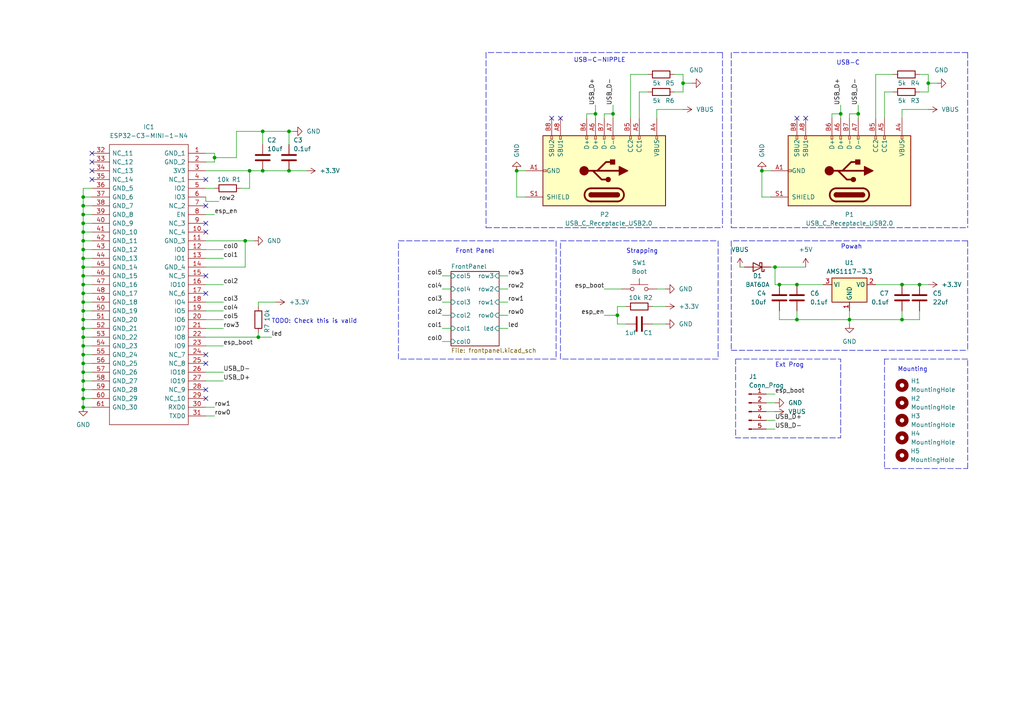
<source format=kicad_sch>
(kicad_sch (version 20230121) (generator eeschema)
  (paper "A4")
  (lib_symbols
    (symbol "Connector:Conn_01x05_Pin" (pin_names (offset 1.016) hide)
      (property "Reference" "J" (at 0 7.62 0))
      (property "Value" "Conn_01x05_Pin" (at 0 -7.62 0))
      (symbol "Conn_01x05_Pin_1_1"
        (polyline (pts (xy 1.27 -5.08) (xy 0.8636 -5.08)) (stroke (width 0.1524)))
        (polyline (pts (xy 1.27 -2.54) (xy 0.8636 -2.54)) (stroke (width 0.1524)))
        (polyline (pts (xy 1.27 0) (xy 0.8636 0)) (stroke (width 0.1524)))
        (polyline (pts (xy 1.27 2.54) (xy 0.8636 2.54)) (stroke (width 0.1524)))
        (polyline (pts (xy 1.27 5.08) (xy 0.8636 5.08)) (stroke (width 0.1524)))
        (rectangle (start 0.8636 -4.953) (end 0 -5.207) (stroke (width 0.1524)) (fill (type outline)))
        (rectangle (start 0.8636 -2.413) (end 0 -2.667) (stroke (width 0.1524)) (fill (type outline)))
        (rectangle (start 0.8636 0.127) (end 0 -0.127) (stroke (width 0.1524)) (fill (type outline)))
        (rectangle (start 0.8636 2.667) (end 0 2.413) (stroke (width 0.1524)) (fill (type outline)))
        (rectangle (start 0.8636 5.207) (end 0 4.953) (stroke (width 0.1524)) (fill (type outline)))
        (pin passive line (at 5.08 5.08 180) (length 3.81) (name "Pin_1") (number "1"))
        (pin passive line (at 5.08 2.54 180) (length 3.81) (name "Pin_2") (number "2"))
        (pin passive line (at 5.08 0 180) (length 3.81) (name "Pin_3") (number "3"))
        (pin passive line (at 5.08 -2.54 180) (length 3.81) (name "Pin_4") (number "4"))
        (pin passive line (at 5.08 -5.08 180) (length 3.81) (name "Pin_5") (number "5"))
      )
    )
    (symbol "Connector:USB_C_Receptacle_USB2.0" (pin_names (offset 1.016))
      (property "Reference" "J" (at -10.16 19.05 0))
      (property "Value" "USB_C_Receptacle_USB2.0" (at 19.05 19.05 0))
      (symbol "USB_C_Receptacle_USB2.0_0_0"
        (rectangle (start -0.254 -17.78) (end 0.254 -16.764))
        (rectangle (start 10.16 -14.986) (end 9.144 -15.494))
        (rectangle (start 10.16 -12.446) (end 9.144 -12.954))
        (rectangle (start 10.16 -4.826) (end 9.144 -5.334))
        (rectangle (start 10.16 -2.286) (end 9.144 -2.794))
        (rectangle (start 10.16 0.254) (end 9.144 -0.254))
        (rectangle (start 10.16 2.794) (end 9.144 2.286))
        (rectangle (start 10.16 7.874) (end 9.144 7.366))
        (rectangle (start 10.16 10.414) (end 9.144 9.906))
        (rectangle (start 10.16 15.494) (end 9.144 14.986))
      )
      (symbol "USB_C_Receptacle_USB2.0_0_1"
        (rectangle (start -10.16 17.78) (end 10.16 -17.78) (stroke (width 0.254)) (fill (type background)))
        (arc (start -8.89 -3.81) (mid -6.985 -5.7067) (end -5.08 -3.81) (stroke (width 0.508)))
        (arc (start -7.62 -3.81) (mid -6.985 -4.4423) (end -6.35 -3.81) (stroke (width 0.254)))
        (arc (start -7.62 -3.81) (mid -6.985 -4.4423) (end -6.35 -3.81) (stroke (width 0.254)) (fill (type outline)))
        (rectangle (start -7.62 -3.81) (end -6.35 3.81) (stroke (width 0.254)) (fill (type outline)))
        (arc (start -6.35 3.81) (mid -6.985 4.4423) (end -7.62 3.81) (stroke (width 0.254)))
        (arc (start -6.35 3.81) (mid -6.985 4.4423) (end -7.62 3.81) (stroke (width 0.254)) (fill (type outline)))
        (arc (start -5.08 3.81) (mid -6.985 5.7067) (end -8.89 3.81) (stroke (width 0.508)))
        (circle (center -2.54 1.143) (radius 0.635) (stroke (width 0.254)) (fill (type outline)))
        (circle (center 0 -5.842) (radius 1.27) (fill (type outline)))
        (polyline (pts (xy -8.89 -3.81) (xy -8.89 3.81)) (stroke (width 0.508)))
        (polyline (pts (xy -5.08 3.81) (xy -5.08 -3.81)) (stroke (width 0.508)))
        (polyline (pts (xy 0 -5.842) (xy 0 4.318)) (stroke (width 0.508)))
        (polyline (pts (xy 0 -3.302) (xy -2.54 -0.762) (xy -2.54 0.508)) (stroke (width 0.508)))
        (polyline (pts (xy 0 -2.032) (xy 2.54 0.508) (xy 2.54 1.778)) (stroke (width 0.508)))
        (polyline (pts (xy -1.27 4.318) (xy 0 6.858) (xy 1.27 4.318) (xy -1.27 4.318)) (stroke (width 0.254)) (fill (type outline)))
        (rectangle (start 1.905 1.778) (end 3.175 3.048) (stroke (width 0.254)) (fill (type outline)))
      )
      (symbol "USB_C_Receptacle_USB2.0_1_1"
        (pin passive line (at 0 -22.86 90) (length 5.08) (name "GND") (number "A1"))
        (pin passive line (at 0 -22.86 90) (length 5.08) hide (name "GND") (number "A12"))
        (pin passive line (at 15.24 15.24 180) (length 5.08) (name "VBUS") (number "A4"))
        (pin bidirectional line (at 15.24 10.16 180) (length 5.08) (name "CC1") (number "A5"))
        (pin bidirectional line (at 15.24 -2.54 180) (length 5.08) (name "D+") (number "A6"))
        (pin bidirectional line (at 15.24 2.54 180) (length 5.08) (name "D-") (number "A7"))
        (pin bidirectional line (at 15.24 -12.7 180) (length 5.08) (name "SBU1") (number "A8"))
        (pin passive line (at 15.24 15.24 180) (length 5.08) hide (name "VBUS") (number "A9"))
        (pin passive line (at 0 -22.86 90) (length 5.08) hide (name "GND") (number "B1"))
        (pin passive line (at 0 -22.86 90) (length 5.08) hide (name "GND") (number "B12"))
        (pin passive line (at 15.24 15.24 180) (length 5.08) hide (name "VBUS") (number "B4"))
        (pin bidirectional line (at 15.24 7.62 180) (length 5.08) (name "CC2") (number "B5"))
        (pin bidirectional line (at 15.24 -5.08 180) (length 5.08) (name "D+") (number "B6"))
        (pin bidirectional line (at 15.24 0 180) (length 5.08) (name "D-") (number "B7"))
        (pin bidirectional line (at 15.24 -15.24 180) (length 5.08) (name "SBU2") (number "B8"))
        (pin passive line (at 15.24 15.24 180) (length 5.08) hide (name "VBUS") (number "B9"))
        (pin passive line (at -7.62 -22.86 90) (length 5.08) (name "SHIELD") (number "S1"))
      )
    )
    (symbol "Device:C" (pin_numbers hide) (pin_names (offset 0.254))
      (property "Reference" "C" (at 0.635 2.54 0))
      (property "Value" "C" (at 0.635 -2.54 0))
      (symbol "C_0_1"
        (polyline (pts (xy -2.032 -0.762) (xy 2.032 -0.762)) (stroke (width 0.508)))
        (polyline (pts (xy -2.032 0.762) (xy 2.032 0.762)) (stroke (width 0.508)))
      )
      (symbol "C_1_1"
        (pin passive line (at 0 3.81 270) (length 2.794) (name "~") (number "1"))
        (pin passive line (at 0 -3.81 90) (length 2.794) (name "~") (number "2"))
      )
    )
    (symbol "Device:R" (pin_numbers hide) (pin_names (offset 0))
      (property "Reference" "R" (at 2.032 0 90))
      (property "Value" "R" (at 0 0 90))
      (symbol "R_0_1"
        (rectangle (start -1.016 -2.54) (end 1.016 2.54) (stroke (width 0.254)))
      )
      (symbol "R_1_1"
        (pin passive line (at 0 3.81 270) (length 1.27) (name "~") (number "1"))
        (pin passive line (at 0 -3.81 90) (length 1.27) (name "~") (number "2"))
      )
    )
    (symbol "Diode:BAT60A" (pin_numbers hide) (pin_names (offset 1.016) hide)
      (property "Reference" "D" (at 0 2.54 0))
      (property "Value" "BAT60A" (at 0 -2.54 0))
      (symbol "BAT60A_0_1"
        (polyline (pts (xy 1.27 0) (xy -1.27 0)))
        (polyline (pts (xy 1.27 1.27) (xy 1.27 -1.27) (xy -1.27 0) (xy 1.27 1.27)) (stroke (width 0.254)))
        (polyline (pts (xy -1.905 0.635) (xy -1.905 1.27) (xy -1.27 1.27) (xy -1.27 -1.27) (xy -0.635 -1.27) (xy -0.635 -0.635)) (stroke (width 0.254)))
      )
      (symbol "BAT60A_1_1"
        (pin passive line (at -3.81 0 0) (length 2.54) (name "K") (number "1"))
        (pin passive line (at 3.81 0 180) (length 2.54) (name "A") (number "2"))
      )
    )
    (symbol "Mechanical:MountingHole" (pin_names (offset 1.016))
      (property "Reference" "H" (at 0 5.08 0))
      (property "Value" "MountingHole" (at 0 3.175 0))
      (symbol "MountingHole_0_1"
        (circle (center 0 0) (radius 1.27) (stroke (width 1.27)))
      )
    )
    (symbol "Regulator_Linear:AMS1117-3.3"
      (property "Reference" "U" (at -3.81 3.175 0))
      (property "Value" "AMS1117-3.3" (at 0 3.175 0))
      (symbol "AMS1117-3.3_0_1"
        (rectangle (start -5.08 -5.08) (end 5.08 1.905) (stroke (width 0.254)) (fill (type background)))
      )
      (symbol "AMS1117-3.3_1_1"
        (pin power_in line (at 0 -7.62 90) (length 2.54) (name "GND") (number "1"))
        (pin power_out line (at 7.62 0 180) (length 2.54) (name "VO") (number "2"))
        (pin power_in line (at -7.62 0 0) (length 2.54) (name "VI") (number "3"))
      )
    )
    (symbol "SamacSys_Parts:ESP32-C3-MINI-1-N4" (pin_names (offset 0.762))
      (property "Reference" "IC" (at 29.21 7.62 0))
      (property "Value" "ESP32-C3-MINI-1-N4" (at 29.21 5.08 0))
      (symbol "ESP32-C3-MINI-1-N4_0_0"
        (pin passive line (at 0 0 0) (length 5.08) (name "GND_1") (number "1"))
        (pin passive line (at 0 -22.86 0) (length 5.08) (name "NC_4") (number "10"))
        (pin passive line (at 0 -25.4 0) (length 5.08) (name "GND_3") (number "11"))
        (pin passive line (at 0 -27.94 0) (length 5.08) (name "IO0") (number "12"))
        (pin passive line (at 0 -30.48 0) (length 5.08) (name "IO1") (number "13"))
        (pin passive line (at 0 -33.02 0) (length 5.08) (name "GND_4") (number "14"))
        (pin passive line (at 0 -35.56 0) (length 5.08) (name "NC_5") (number "15"))
        (pin passive line (at 0 -38.1 0) (length 5.08) (name "IO10") (number "16"))
        (pin passive line (at 0 -40.64 0) (length 5.08) (name "NC_6") (number "17"))
        (pin passive line (at 0 -43.18 0) (length 5.08) (name "IO4") (number "18"))
        (pin passive line (at 0 -45.72 0) (length 5.08) (name "IO5") (number "19"))
        (pin passive line (at 0 -2.54 0) (length 5.08) (name "GND_2") (number "2"))
        (pin passive line (at 0 -48.26 0) (length 5.08) (name "IO6") (number "20"))
        (pin passive line (at 0 -50.8 0) (length 5.08) (name "IO7") (number "21"))
        (pin passive line (at 0 -53.34 0) (length 5.08) (name "IO8") (number "22"))
        (pin passive line (at 0 -55.88 0) (length 5.08) (name "IO9") (number "23"))
        (pin passive line (at 0 -58.42 0) (length 5.08) (name "NC_7") (number "24"))
        (pin passive line (at 0 -60.96 0) (length 5.08) (name "NC_8") (number "25"))
        (pin passive line (at 0 -63.5 0) (length 5.08) (name "IO18") (number "26"))
        (pin passive line (at 0 -66.04 0) (length 5.08) (name "IO19") (number "27"))
        (pin passive line (at 0 -68.58 0) (length 5.08) (name "NC_9") (number "28"))
        (pin passive line (at 0 -71.12 0) (length 5.08) (name "NC_10") (number "29"))
        (pin passive line (at 0 -5.08 0) (length 5.08) (name "3V3") (number "3"))
        (pin passive line (at 0 -73.66 0) (length 5.08) (name "RXD0") (number "30"))
        (pin passive line (at 0 -76.2 0) (length 5.08) (name "TXD0") (number "31"))
        (pin passive line (at 33.02 0 180) (length 5.08) (name "NC_11") (number "32"))
        (pin passive line (at 33.02 -2.54 180) (length 5.08) (name "NC_12") (number "33"))
        (pin passive line (at 33.02 -5.08 180) (length 5.08) (name "NC_13") (number "34"))
        (pin passive line (at 33.02 -7.62 180) (length 5.08) (name "NC_14") (number "35"))
        (pin passive line (at 33.02 -10.16 180) (length 5.08) (name "GND_5") (number "36"))
        (pin passive line (at 33.02 -12.7 180) (length 5.08) (name "GND_6") (number "37"))
        (pin passive line (at 33.02 -15.24 180) (length 5.08) (name "GND_7") (number "38"))
        (pin passive line (at 33.02 -17.78 180) (length 5.08) (name "GND_8") (number "39"))
        (pin passive line (at 0 -7.62 0) (length 5.08) (name "NC_1") (number "4"))
        (pin passive line (at 33.02 -20.32 180) (length 5.08) (name "GND_9") (number "40"))
        (pin passive line (at 33.02 -22.86 180) (length 5.08) (name "GND_10") (number "41"))
        (pin passive line (at 33.02 -25.4 180) (length 5.08) (name "GND_11") (number "42"))
        (pin passive line (at 33.02 -27.94 180) (length 5.08) (name "GND_12") (number "43"))
        (pin passive line (at 33.02 -30.48 180) (length 5.08) (name "GND_13") (number "44"))
        (pin passive line (at 33.02 -33.02 180) (length 5.08) (name "GND_14") (number "45"))
        (pin passive line (at 33.02 -35.56 180) (length 5.08) (name "GND_15") (number "46"))
        (pin passive line (at 33.02 -38.1 180) (length 5.08) (name "GND_16") (number "47"))
        (pin passive line (at 33.02 -40.64 180) (length 5.08) (name "GND_17") (number "48"))
        (pin passive line (at 33.02 -43.18 180) (length 5.08) (name "GND_18") (number "49"))
        (pin passive line (at 0 -10.16 0) (length 5.08) (name "IO2") (number "5"))
        (pin passive line (at 33.02 -45.72 180) (length 5.08) (name "GND_19") (number "50"))
        (pin passive line (at 33.02 -48.26 180) (length 5.08) (name "GND_20") (number "51"))
        (pin passive line (at 33.02 -50.8 180) (length 5.08) (name "GND_21") (number "52"))
        (pin passive line (at 33.02 -53.34 180) (length 5.08) (name "GND_22") (number "53"))
        (pin passive line (at 33.02 -55.88 180) (length 5.08) (name "GND_23") (number "54"))
        (pin passive line (at 33.02 -58.42 180) (length 5.08) (name "GND_24") (number "55"))
        (pin passive line (at 33.02 -60.96 180) (length 5.08) (name "GND_25") (number "56"))
        (pin passive line (at 33.02 -63.5 180) (length 5.08) (name "GND_26") (number "57"))
        (pin passive line (at 33.02 -66.04 180) (length 5.08) (name "GND_27") (number "58"))
        (pin passive line (at 33.02 -68.58 180) (length 5.08) (name "GND_28") (number "59"))
        (pin passive line (at 0 -12.7 0) (length 5.08) (name "IO3") (number "6"))
        (pin passive line (at 33.02 -71.12 180) (length 5.08) (name "GND_29") (number "60"))
        (pin passive line (at 33.02 -73.66 180) (length 5.08) (name "GND_30") (number "61"))
        (pin passive line (at 0 -15.24 0) (length 5.08) (name "NC_2") (number "7"))
        (pin passive line (at 0 -17.78 0) (length 5.08) (name "EN") (number "8"))
        (pin passive line (at 0 -20.32 0) (length 5.08) (name "NC_3") (number "9"))
      )
      (symbol "ESP32-C3-MINI-1-N4_0_1"
        (polyline (pts (xy 5.08 2.54) (xy 27.94 2.54) (xy 27.94 -78.74) (xy 5.08 -78.74) (xy 5.08 2.54)) (stroke (width 0.1524)))
      )
    )
    (symbol "Switch:SW_Push" (pin_numbers hide) (pin_names (offset 1.016) hide)
      (property "Reference" "SW" (at 1.27 2.54 0))
      (property "Value" "SW_Push" (at 0 -1.524 0))
      (symbol "SW_Push_0_1"
        (circle (center -2.032 0) (radius 0.508))
        (polyline (pts (xy 0 1.27) (xy 0 3.048)))
        (polyline (pts (xy 2.54 1.27) (xy -2.54 1.27)))
        (circle (center 2.032 0) (radius 0.508))
        (pin passive line (at -5.08 0 0) (length 2.54) (name "1") (number "1"))
        (pin passive line (at 5.08 0 180) (length 2.54) (name "2") (number "2"))
      )
    )
    (symbol "power:+3.3V" (power) (pin_names (offset 0))
      (property "Value" "+3.3V" (at 0 3.556 0))
      (symbol "+3.3V_0_1"
        (polyline (pts (xy -0.762 1.27) (xy 0 2.54)))
        (polyline (pts (xy 0 0) (xy 0 2.54)))
        (polyline (pts (xy 0 2.54) (xy 0.762 1.27)))
      )
      (symbol "+3.3V_1_1"
        (pin power_in line (at 0 0 90) (length 0) hide (name "+3.3V") (number "1"))
      )
    )
    (symbol "power:+5V" (power) (pin_names (offset 0))
      (property "Value" "+5V" (at 0 3.556 0))
      (symbol "+5V_0_1"
        (polyline (pts (xy -0.762 1.27) (xy 0 2.54)))
        (polyline (pts (xy 0 0) (xy 0 2.54)))
        (polyline (pts (xy 0 2.54) (xy 0.762 1.27)))
      )
      (symbol "+5V_1_1"
        (pin power_in line (at 0 0 90) (length 0) hide (name "+5V") (number "1"))
      )
    )
    (symbol "power:GND" (power) (pin_names (offset 0))
      (property "Value" "GND" (at 0 -3.81 0))
      (symbol "GND_0_1"
        (polyline (pts (xy 0 0) (xy 0 -1.27) (xy 1.27 -1.27) (xy 0 -2.54) (xy -1.27 -1.27) (xy 0 -1.27)))
      )
      (symbol "GND_1_1"
        (pin power_in line (at 0 0 270) (length 0) hide (name "GND") (number "1"))
      )
    )
    (symbol "power:VBUS" (power) (pin_names (offset 0))
      (property "Value" "VBUS" (at 0 3.81 0))
      (symbol "VBUS_0_1"
        (polyline (pts (xy -0.762 1.27) (xy 0 2.54)))
        (polyline (pts (xy 0 0) (xy 0 2.54)))
        (polyline (pts (xy 0 2.54) (xy 0.762 1.27)))
      )
      (symbol "VBUS_1_1"
        (pin power_in line (at 0 0 90) (length 0) hide (name "VBUS") (number "1"))
      )
    )
  )
  (junction (at 24.13 110.49))
  (junction (at 149.86 49.53))
  (junction (at 231.14 92.71))
  (junction (at 24.13 67.31))
  (junction (at 261.62 82.55))
  (junction (at 83.82 38.1))
  (junction (at 24.13 92.71))
  (junction (at 24.13 107.95))
  (junction (at 266.7 82.55))
  (junction (at 71.12 69.85))
  (junction (at 220.98 49.53))
  (junction (at 24.13 102.87))
  (junction (at 24.13 72.39))
  (junction (at 83.82 49.53))
  (junction (at 24.13 62.23))
  (junction (at 248.92 33.02))
  (junction (at 24.13 105.41))
  (junction (at 243.84 33.02))
  (junction (at 24.13 90.17))
  (junction (at 24.13 74.93))
  (junction (at 24.13 64.77))
  (junction (at 172.72 33.02))
  (junction (at 24.13 118.11))
  (junction (at 24.13 82.55))
  (junction (at 226.06 82.55))
  (junction (at 24.13 113.03))
  (junction (at 224.79 77.47))
  (junction (at 24.13 100.33))
  (junction (at 231.14 82.55))
  (junction (at 72.39 49.53))
  (junction (at 24.13 69.85))
  (junction (at 246.38 92.71))
  (junction (at 177.8 33.02))
  (junction (at 76.2 38.1))
  (junction (at 24.13 87.63))
  (junction (at 62.23 45.72))
  (junction (at 24.13 95.25))
  (junction (at 24.13 85.09))
  (junction (at 179.07 91.44))
  (junction (at 269.24 24.13))
  (junction (at 74.93 97.79))
  (junction (at 24.13 80.01))
  (junction (at 24.13 57.15))
  (junction (at 198.12 24.13))
  (junction (at 24.13 77.47))
  (junction (at 261.62 92.71))
  (junction (at 24.13 97.79))
  (junction (at 76.2 49.53))
  (junction (at 24.13 59.69))
  (junction (at 24.13 115.57))
  (no_connect (at 162.56 34.29))
  (no_connect (at 26.67 44.45))
  (no_connect (at 233.68 34.29))
  (no_connect (at 26.67 46.99))
  (no_connect (at 59.69 102.87))
  (no_connect (at 26.67 49.53))
  (no_connect (at 59.69 113.03))
  (no_connect (at 59.69 105.41))
  (no_connect (at 59.69 59.69))
  (no_connect (at 59.69 64.77))
  (no_connect (at 59.69 67.31))
  (no_connect (at 59.69 52.07))
  (no_connect (at 26.67 52.07))
  (no_connect (at 231.14 34.29))
  (no_connect (at 59.69 80.01))
  (no_connect (at 59.69 115.57))
  (no_connect (at 59.69 85.09))
  (no_connect (at 160.02 34.29))
  (wire (pts (xy 128.27 87.63) (xy 130.81 87.63)))
  (wire (pts (xy 26.67 100.33) (xy 24.13 100.33)))
  (polyline (pts (xy 280.67 104.14) (xy 256.54 104.14)) (stroke (width 0) (type dash)))
  (wire (pts (xy 59.69 44.45) (xy 62.23 44.45)))
  (wire (pts (xy 198.12 24.13) (xy 198.12 26.67)))
  (wire (pts (xy 83.82 41.91) (xy 83.82 38.1)))
  (wire (pts (xy 261.62 31.75) (xy 269.24 31.75)))
  (wire (pts (xy 220.98 57.15) (xy 223.52 57.15)))
  (polyline (pts (xy 212.09 101.6) (xy 280.67 101.6)) (stroke (width 0) (type dash)))
  (wire (pts (xy 24.13 77.47) (xy 24.13 80.01)))
  (wire (pts (xy 226.06 92.71) (xy 231.14 92.71)))
  (wire (pts (xy 224.79 82.55) (xy 226.06 82.55)))
  (wire (pts (xy 26.67 92.71) (xy 24.13 92.71)))
  (wire (pts (xy 24.13 92.71) (xy 24.13 95.25)))
  (wire (pts (xy 175.26 83.82) (xy 180.34 83.82)))
  (wire (pts (xy 248.92 33.02) (xy 248.92 30.48)))
  (wire (pts (xy 26.67 67.31) (xy 24.13 67.31)))
  (wire (pts (xy 256.54 26.67) (xy 259.08 26.67)))
  (wire (pts (xy 26.67 74.93) (xy 24.13 74.93)))
  (wire (pts (xy 266.7 82.55) (xy 269.24 82.55)))
  (wire (pts (xy 172.72 33.02) (xy 172.72 30.48)))
  (wire (pts (xy 214.63 77.47) (xy 215.9 77.47)))
  (wire (pts (xy 195.58 26.67) (xy 198.12 26.67)))
  (wire (pts (xy 222.25 119.38) (xy 224.79 119.38)))
  (polyline (pts (xy 280.67 15.24) (xy 212.09 15.24)) (stroke (width 0) (type dash)))
  (wire (pts (xy 24.13 97.79) (xy 24.13 100.33)))
  (wire (pts (xy 149.86 57.15) (xy 152.4 57.15)))
  (wire (pts (xy 63.5 58.42) (xy 59.69 58.42)))
  (wire (pts (xy 62.23 118.11) (xy 59.69 118.11)))
  (wire (pts (xy 246.38 92.71) (xy 246.38 93.98)))
  (wire (pts (xy 26.67 85.09) (xy 24.13 85.09)))
  (wire (pts (xy 177.8 34.29) (xy 177.8 33.02)))
  (wire (pts (xy 59.69 92.71) (xy 64.77 92.71)))
  (wire (pts (xy 26.67 90.17) (xy 24.13 90.17)))
  (wire (pts (xy 24.13 95.25) (xy 24.13 97.79)))
  (wire (pts (xy 269.24 21.59) (xy 269.24 24.13)))
  (polyline (pts (xy 209.55 15.24) (xy 209.55 66.04)) (stroke (width 0) (type dash)))
  (wire (pts (xy 26.67 102.87) (xy 24.13 102.87)))
  (wire (pts (xy 26.67 110.49) (xy 24.13 110.49)))
  (wire (pts (xy 24.13 69.85) (xy 24.13 72.39)))
  (wire (pts (xy 266.7 92.71) (xy 266.7 90.17)))
  (polyline (pts (xy 140.97 15.24) (xy 140.97 66.04)) (stroke (width 0) (type dash)))
  (wire (pts (xy 179.07 88.9) (xy 179.07 91.44)))
  (wire (pts (xy 26.67 82.55) (xy 24.13 82.55)))
  (wire (pts (xy 24.13 85.09) (xy 24.13 87.63)))
  (wire (pts (xy 261.62 34.29) (xy 261.62 31.75)))
  (wire (pts (xy 59.69 46.99) (xy 62.23 46.99)))
  (wire (pts (xy 24.13 64.77) (xy 24.13 67.31)))
  (wire (pts (xy 243.84 34.29) (xy 243.84 33.02)))
  (wire (pts (xy 256.54 34.29) (xy 256.54 26.67)))
  (wire (pts (xy 26.67 107.95) (xy 24.13 107.95)))
  (wire (pts (xy 59.69 77.47) (xy 71.12 77.47)))
  (wire (pts (xy 24.13 113.03) (xy 24.13 115.57)))
  (wire (pts (xy 222.25 124.46) (xy 224.79 124.46)))
  (wire (pts (xy 189.23 88.9) (xy 193.04 88.9)))
  (wire (pts (xy 59.69 95.25) (xy 64.77 95.25)))
  (wire (pts (xy 24.13 87.63) (xy 24.13 90.17)))
  (wire (pts (xy 26.67 105.41) (xy 24.13 105.41)))
  (polyline (pts (xy 280.67 15.24) (xy 280.67 66.04)) (stroke (width 0) (type dash)))
  (wire (pts (xy 243.84 33.02) (xy 243.84 30.48)))
  (wire (pts (xy 175.26 34.29) (xy 175.26 33.02)))
  (wire (pts (xy 26.67 57.15) (xy 24.13 57.15)))
  (wire (pts (xy 24.13 82.55) (xy 24.13 85.09)))
  (wire (pts (xy 231.14 90.17) (xy 231.14 92.71)))
  (wire (pts (xy 59.69 69.85) (xy 71.12 69.85)))
  (wire (pts (xy 62.23 46.99) (xy 62.23 45.72)))
  (wire (pts (xy 24.13 105.41) (xy 24.13 107.95)))
  (wire (pts (xy 26.67 64.77) (xy 24.13 64.77)))
  (wire (pts (xy 88.9 49.53) (xy 83.82 49.53)))
  (wire (pts (xy 76.2 38.1) (xy 83.82 38.1)))
  (polyline (pts (xy 212.09 69.85) (xy 212.09 101.6)) (stroke (width 0) (type dash)))
  (wire (pts (xy 266.7 21.59) (xy 269.24 21.59)))
  (wire (pts (xy 24.13 100.33) (xy 24.13 102.87)))
  (wire (pts (xy 59.69 107.95) (xy 64.77 107.95)))
  (wire (pts (xy 261.62 90.17) (xy 261.62 92.71)))
  (wire (pts (xy 24.13 115.57) (xy 24.13 118.11)))
  (wire (pts (xy 175.26 33.02) (xy 177.8 33.02)))
  (wire (pts (xy 198.12 21.59) (xy 198.12 24.13)))
  (wire (pts (xy 59.69 87.63) (xy 64.77 87.63)))
  (wire (pts (xy 246.38 90.17) (xy 246.38 92.71)))
  (wire (pts (xy 26.67 69.85) (xy 24.13 69.85)))
  (wire (pts (xy 68.58 38.1) (xy 68.58 45.72)))
  (wire (pts (xy 185.42 34.29) (xy 185.42 26.67)))
  (wire (pts (xy 76.2 38.1) (xy 68.58 38.1)))
  (wire (pts (xy 195.58 21.59) (xy 198.12 21.59)))
  (wire (pts (xy 59.69 74.93) (xy 64.77 74.93)))
  (wire (pts (xy 59.69 110.49) (xy 64.77 110.49)))
  (wire (pts (xy 74.93 97.79) (xy 78.74 97.79)))
  (wire (pts (xy 170.18 34.29) (xy 170.18 33.02)))
  (wire (pts (xy 220.98 49.53) (xy 220.98 57.15)))
  (wire (pts (xy 24.13 59.69) (xy 24.13 62.23)))
  (wire (pts (xy 24.13 72.39) (xy 24.13 74.93)))
  (wire (pts (xy 144.78 80.01) (xy 147.32 80.01)))
  (wire (pts (xy 26.67 80.01) (xy 24.13 80.01)))
  (wire (pts (xy 254 82.55) (xy 261.62 82.55)))
  (wire (pts (xy 74.93 96.52) (xy 74.93 97.79)))
  (wire (pts (xy 24.13 74.93) (xy 24.13 77.47)))
  (wire (pts (xy 128.27 91.44) (xy 130.81 91.44)))
  (wire (pts (xy 261.62 92.71) (xy 266.7 92.71)))
  (wire (pts (xy 71.12 69.85) (xy 71.12 77.47)))
  (wire (pts (xy 241.3 33.02) (xy 243.84 33.02)))
  (wire (pts (xy 26.67 87.63) (xy 24.13 87.63)))
  (wire (pts (xy 226.06 82.55) (xy 231.14 82.55)))
  (wire (pts (xy 26.67 97.79) (xy 24.13 97.79)))
  (wire (pts (xy 24.13 107.95) (xy 24.13 110.49)))
  (wire (pts (xy 185.42 26.67) (xy 187.96 26.67)))
  (wire (pts (xy 128.27 95.25) (xy 130.81 95.25)))
  (wire (pts (xy 269.24 24.13) (xy 269.24 26.67)))
  (wire (pts (xy 59.69 72.39) (xy 64.77 72.39)))
  (wire (pts (xy 144.78 83.82) (xy 147.32 83.82)))
  (polyline (pts (xy 280.67 69.85) (xy 212.09 69.85)) (stroke (width 0) (type dash)))
  (wire (pts (xy 76.2 49.53) (xy 83.82 49.53)))
  (wire (pts (xy 177.8 33.02) (xy 177.8 30.48)))
  (wire (pts (xy 26.67 62.23) (xy 24.13 62.23)))
  (wire (pts (xy 144.78 95.25) (xy 147.32 95.25)))
  (wire (pts (xy 76.2 41.91) (xy 76.2 38.1)))
  (wire (pts (xy 144.78 91.44) (xy 147.32 91.44)))
  (wire (pts (xy 26.67 115.57) (xy 24.13 115.57)))
  (wire (pts (xy 62.23 45.72) (xy 62.23 44.45)))
  (wire (pts (xy 182.88 21.59) (xy 187.96 21.59)))
  (wire (pts (xy 59.69 97.79) (xy 74.93 97.79)))
  (polyline (pts (xy 256.54 135.89) (xy 280.67 135.89)) (stroke (width 0) (type dash)))
  (wire (pts (xy 26.67 95.25) (xy 24.13 95.25)))
  (wire (pts (xy 83.82 38.1) (xy 85.09 38.1)))
  (wire (pts (xy 241.3 34.29) (xy 241.3 33.02)))
  (wire (pts (xy 24.13 110.49) (xy 24.13 113.03)))
  (polyline (pts (xy 140.97 66.04) (xy 209.55 66.04)) (stroke (width 0) (type dash)))
  (wire (pts (xy 248.92 34.29) (xy 248.92 33.02)))
  (wire (pts (xy 181.61 88.9) (xy 179.07 88.9)))
  (wire (pts (xy 59.69 90.17) (xy 64.77 90.17)))
  (wire (pts (xy 175.26 91.44) (xy 179.07 91.44)))
  (wire (pts (xy 24.13 62.23) (xy 24.13 64.77)))
  (wire (pts (xy 26.67 54.61) (xy 24.13 54.61)))
  (wire (pts (xy 24.13 54.61) (xy 24.13 57.15)))
  (wire (pts (xy 59.69 58.42) (xy 59.69 57.15)))
  (wire (pts (xy 223.52 49.53) (xy 220.98 49.53)))
  (wire (pts (xy 179.07 93.98) (xy 179.07 91.44)))
  (wire (pts (xy 231.14 82.55) (xy 238.76 82.55)))
  (polyline (pts (xy 209.55 15.24) (xy 140.97 15.24)) (stroke (width 0) (type dash)))
  (wire (pts (xy 74.93 87.63) (xy 74.93 88.9)))
  (wire (pts (xy 222.25 116.84) (xy 224.79 116.84)))
  (wire (pts (xy 26.67 72.39) (xy 24.13 72.39)))
  (polyline (pts (xy 280.67 135.89) (xy 280.67 104.14)) (stroke (width 0) (type dash)))
  (wire (pts (xy 59.69 100.33) (xy 64.77 100.33)))
  (wire (pts (xy 24.13 80.01) (xy 24.13 82.55)))
  (wire (pts (xy 72.39 49.53) (xy 59.69 49.53)))
  (wire (pts (xy 149.86 49.53) (xy 149.86 57.15)))
  (wire (pts (xy 72.39 54.61) (xy 72.39 49.53)))
  (wire (pts (xy 182.88 34.29) (xy 182.88 21.59)))
  (wire (pts (xy 128.27 99.06) (xy 130.81 99.06)))
  (wire (pts (xy 179.07 93.98) (xy 181.61 93.98)))
  (wire (pts (xy 62.23 62.23) (xy 59.69 62.23)))
  (wire (pts (xy 59.69 82.55) (xy 64.77 82.55)))
  (wire (pts (xy 130.81 80.01) (xy 128.27 80.01)))
  (wire (pts (xy 73.66 69.85) (xy 71.12 69.85)))
  (wire (pts (xy 74.93 87.63) (xy 80.01 87.63)))
  (wire (pts (xy 231.14 92.71) (xy 246.38 92.71)))
  (wire (pts (xy 246.38 34.29) (xy 246.38 33.02)))
  (wire (pts (xy 24.13 57.15) (xy 24.13 59.69)))
  (wire (pts (xy 68.58 45.72) (xy 62.23 45.72)))
  (wire (pts (xy 224.79 77.47) (xy 224.79 82.55)))
  (wire (pts (xy 170.18 33.02) (xy 172.72 33.02)))
  (polyline (pts (xy 212.09 15.24) (xy 212.09 66.04)) (stroke (width 0) (type dash)))
  (wire (pts (xy 24.13 118.11) (xy 26.67 118.11)))
  (wire (pts (xy 152.4 49.53) (xy 149.86 49.53)))
  (wire (pts (xy 128.27 83.82) (xy 130.81 83.82)))
  (wire (pts (xy 26.67 59.69) (xy 24.13 59.69)))
  (wire (pts (xy 222.25 114.3) (xy 224.79 114.3)))
  (polyline (pts (xy 212.09 66.04) (xy 280.67 66.04)) (stroke (width 0) (type dash)))
  (wire (pts (xy 190.5 31.75) (xy 198.12 31.75)))
  (wire (pts (xy 172.72 34.29) (xy 172.72 33.02)))
  (wire (pts (xy 233.68 77.47) (xy 224.79 77.47)))
  (wire (pts (xy 59.69 120.65) (xy 62.23 120.65)))
  (wire (pts (xy 69.85 54.61) (xy 72.39 54.61)))
  (wire (pts (xy 24.13 90.17) (xy 24.13 92.71)))
  (wire (pts (xy 24.13 102.87) (xy 24.13 105.41)))
  (wire (pts (xy 266.7 26.67) (xy 269.24 26.67)))
  (wire (pts (xy 254 21.59) (xy 259.08 21.59)))
  (wire (pts (xy 269.24 24.13) (xy 271.78 24.13)))
  (wire (pts (xy 223.52 77.47) (xy 224.79 77.47)))
  (polyline (pts (xy 256.54 104.14) (xy 256.54 135.89)) (stroke (width 0) (type dash)))
  (wire (pts (xy 62.23 54.61) (xy 59.69 54.61)))
  (wire (pts (xy 198.12 24.13) (xy 200.66 24.13)))
  (wire (pts (xy 222.25 121.92) (xy 224.79 121.92)))
  (wire (pts (xy 26.67 77.47) (xy 24.13 77.47)))
  (wire (pts (xy 246.38 33.02) (xy 248.92 33.02)))
  (polyline (pts (xy 280.67 69.85) (xy 280.67 101.6)) (stroke (width 0) (type dash)))
  (wire (pts (xy 190.5 34.29) (xy 190.5 31.75)))
  (wire (pts (xy 26.67 113.03) (xy 24.13 113.03)))
  (wire (pts (xy 261.62 82.55) (xy 266.7 82.55)))
  (wire (pts (xy 144.78 87.63) (xy 147.32 87.63)))
  (wire (pts (xy 76.2 49.53) (xy 72.39 49.53)))
  (wire (pts (xy 226.06 90.17) (xy 226.06 92.71)))
  (wire (pts (xy 246.38 92.71) (xy 261.62 92.71)))
  (wire (pts (xy 24.13 67.31) (xy 24.13 69.85)))
  (wire (pts (xy 254 34.29) (xy 254 21.59)))
  (wire (pts (xy 193.04 83.82) (xy 190.5 83.82)))
  (wire (pts (xy 189.23 93.98) (xy 193.04 93.98)))
  (rectangle (start 115.57 69.85) (end 161.29 104.14) (stroke (width 0) (type dash)))
  (rectangle (start 127 69.85) (end 127 69.85))
  (rectangle (start 213.36 104.14) (end 243.84 127) (stroke (width 0) (type dash)))
  (rectangle (start 162.56 69.85) (end 208.28 104.14) (stroke (width 0) (type dash)))
  (text "Powah" (at 243.84 72.39 0) (effects (font (size 1.27 1.27)) (justify left bottom)))
  (text "Mounting" (at 260.35 107.95 0) (effects (font (size 1.27 1.27)) (justify left bottom)))
  (text "Ext Prog" (at 224.79 106.68 0) (effects (font (size 1.27 1.27)) (justify left bottom)))
  (text "USB-C\n" (at 242.57 19.05 0) (effects (font (size 1.27 1.27)) (justify left bottom)))
  (text "USB-C-NIPPLE\n\n" (at 166.37 20.32 0) (effects (font (size 1.27 1.27)) (justify left bottom)))
  (text "Front Panel\n" (at 132.08 73.66 0) (effects (font (size 1.27 1.27)) (justify left bottom)))
  (text "Strapping\n" (at 181.61 73.66 0) (effects (font (size 1.27 1.27)) (justify left bottom)))
  (text "TODO: Check this is valid" (at 78.74 93.98 0) (effects (font (size 1.27 1.27)) (justify left bottom)))
  (label "row3" (at 147.32 80.01 0))
  (label "col4" (at 64.77 90.17 0))
  (label "USB_D+" (at 64.77 110.49 0))
  (label "row1" (at 147.32 87.63 0))
  (label "esp_boot" (at 175.26 83.82 180))
  (label "USB_D-" (at 64.77 107.95 0))
  (label "USB_D+" (at 243.84 30.48 90))
  (label "led" (at 147.32 95.25 0))
  (label "col1" (at 128.27 95.25 180))
  (label "USB_D+" (at 172.72 30.48 90))
  (label "USB_D-" (at 248.92 30.48 90))
  (label "row3" (at 64.77 95.25 0))
  (label "USB_D-" (at 224.79 124.46 0))
  (label "led" (at 78.74 97.79 0))
  (label "USB_D-" (at 177.8 30.48 90))
  (label "esp_boot" (at 224.79 114.3 0))
  (label "col1" (at 64.77 74.93 0))
  (label "col3" (at 64.77 87.63 0))
  (label "row2" (at 63.5 58.42 0))
  (label "USB_D+" (at 224.79 121.92 0))
  (label "row2" (at 147.32 83.82 0))
  (label "col0" (at 128.27 99.06 180))
  (label "esp_boot" (at 64.77 100.33 0))
  (label "esp_en" (at 175.26 91.44 180))
  (label "col2" (at 64.77 82.55 0))
  (label "col5" (at 128.27 80.01 180))
  (label "col4" (at 128.27 83.82 180))
  (label "esp_en" (at 62.23 62.23 0))
  (label "row0" (at 147.32 91.44 0))
  (label "row0" (at 62.23 120.65 0))
  (label "col2" (at 128.27 91.44 180))
  (label "col3" (at 128.27 87.63 180))
  (label "col0" (at 64.77 72.39 0))
  (label "col5" (at 64.77 92.71 0))
  (label "row1" (at 62.23 118.11 0))
  (symbol (lib_id "power:GND") (at 220.98 49.53 0) (mirror x) (unit 1)
    (property "Reference" "#PWR018" (effects hide))
    (property "Value" "GND" (at 220.98 45.72 90) (effects (justify right)))
  )
  (symbol (lib_id "power:+3.3V") (at 88.9 49.53 270) (mirror x) (unit 1)
    (property "Reference" "#PWR010" (effects hide))
    (property "Value" "+3.3V" (at 92.71 49.53 90) (effects (justify left)))
  )
  (symbol (lib_id "Device:C") (at 76.2 45.72 0) (unit 1)
    (property "Reference" "C2" (at 77.47 40.64 0) (effects (justify left)))
    (property "Value" "10uf" (at 77.47 43.18 0) (effects (justify left)))
    (property "Footprint" "Capacitor_SMD:C_0603_1608Metric" (effects hide))
  )
  (symbol (lib_id "power:+3.3V") (at 80.01 87.63 270) (mirror x) (unit 1)
    (property "Reference" "#PWR026" (effects hide))
    (property "Value" "+3.3V" (at 83.82 87.63 90) (effects (justify left)))
  )
  (symbol (lib_id "power:GND") (at 149.86 49.53 0) (mirror x) (unit 1)
    (property "Reference" "#PWR027" (effects hide))
    (property "Value" "GND" (at 149.86 45.72 90) (effects (justify right)))
  )
  (symbol (lib_id "Device:R") (at 66.04 54.61 270) (mirror x) (unit 1)
    (property "Reference" "R1" (at 68.58 52.07 90))
    (property "Value" "10k" (at 64.77 52.07 90))
    (property "Footprint" "Resistor_SMD:R_0603_1608Metric" (effects hide))
  )
  (symbol (lib_id "power:GND") (at 193.04 93.98 90) (mirror x) (unit 1)
    (property "Reference" "#PWR014" (effects hide))
    (property "Value" "GND" (at 196.85 93.98 90) (effects (justify right)))
  )
  (symbol (lib_id "Connector:Conn_01x05_Pin") (at 217.17 119.38 0) (unit 1)
    (property "Reference" "J1" (at 218.44 109.22 0))
    (property "Value" "Conn_Prog" (at 217.17 111.76 0) (effects (justify left)))
    (property "Footprint" "LocalDeck Custom:ProgrammingHeader" (effects hide))
  )
  (symbol (lib_id "SamacSys_Parts:ESP32-C3-MINI-1-N4") (at 59.69 44.45 0) (mirror y) (unit 1)
    (property "Reference" "IC1" (at 43.18 36.83 0))
    (property "Value" "ESP32-C3-MINI-1-N4" (at 43.18 39.37 0))
    (property "Footprint" "SamacSys_Parts:ESP32C3MINI1N4" (effects hide))
    (property "Datasheet" "https://www.mouser.com/datasheet/2/891/Espressif_ESP32_C3_MINI_1_Datasheet-2006822.pdf" (effects hide))
    (property "Description" "SMD MODULE, ESP32-C3FN4, PCB ANT" (effects hide))
    (property "Height" "2.55" (effects hide))
    (property "Manufacturer_Name" "Espressif Systems" (effects hide))
    (property "Manufacturer_Part_Number" "ESP32-C3-MINI-1-N4" (effects hide))
    (property "Mouser Part Number" "356-ESP32-C3-MINI1N4" (effects hide))
    (property "Mouser Price/Stock" "https://www.mouser.co.uk/ProductDetail/Espressif-Systems/ESP32-C3-MINI-1-N4?qs=stqOd1AaK7%252B%2FpH3qqyGehA%3D%3D" (effects hide))
  )
  (symbol (lib_id "Device:C") (at 83.82 45.72 0) (unit 1)
    (property "Reference" "C3" (at 85.09 40.64 0) (effects (justify left)))
    (property "Value" "0.1uf" (at 85.09 43.18 0) (effects (justify left)))
    (property "Footprint" "Capacitor_SMD:C_0603_1608Metric" (effects hide))
  )
  (symbol (lib_id "Device:R") (at 74.93 92.71 0) (mirror x) (unit 1)
    (property "Reference" "R7" (at 77.47 95.25 90))
    (property "Value" "10k" (at 77.47 91.44 90))
    (property "Footprint" "Resistor_SMD:R_0603_1608Metric" (effects hide))
  )
  (symbol (lib_id "power:GND") (at 193.04 83.82 90) (mirror x) (unit 1)
    (property "Reference" "#PWR013" (effects hide))
    (property "Value" "GND" (at 196.85 83.82 90) (effects (justify right)))
  )
  (symbol (lib_id "Connector:USB_C_Receptacle_USB2.0") (at 175.26 49.53 270) (mirror x) (unit 1)
    (property "Reference" "P2" (at 173.99 62.23 90) (effects (justify left)))
    (property "Value" "USB_C_Receptacle_USB2.0" (at 163.83 64.77 90) (effects (justify left)))
    (property "Footprint" "Connector_USB:USB_C_Receptacle_GCT_USB4115-03-C" (effects hide))
    (property "Datasheet" "https://www.usb.org/sites/default/files/documents/usb_type-c.zip" (effects hide))
    (property "JLC Part" "C2977724" (effects hide))
  )
  (symbol (lib_id "power:GND") (at 24.13 118.11 0) (mirror y) (unit 1)
    (property "Reference" "#PWR09" (effects hide))
    (property "Value" "GND" (at 24.13 123.19 0))
  )
  (symbol (lib_id "Device:R") (at 191.77 26.67 270) (unit 1)
    (property "Reference" "R6" (at 194.31 29.21 90))
    (property "Value" "5k" (at 190.5 29.21 90))
    (property "Footprint" "Resistor_SMD:R_0603_1608Metric" (effects hide))
  )
  (symbol (lib_id "power:GND") (at 200.66 24.13 90) (mirror x) (unit 1)
    (property "Reference" "#PWR025" (effects hide))
    (property "Value" "GND" (at 201.93 20.32 90))
  )
  (symbol (lib_id "Device:R") (at 262.89 26.67 270) (unit 1)
    (property "Reference" "R3" (at 265.43 29.21 90))
    (property "Value" "5k" (at 261.62 29.21 90))
    (property "Footprint" "Resistor_SMD:R_0603_1608Metric" (effects hide))
  )
  (symbol (lib_id "power:VBUS") (at 198.12 31.75 270) (unit 1)
    (property "Reference" "#PWR015" (effects hide))
    (property "Value" "VBUS" (at 201.93 31.75 90) (effects (justify left)))
  )
  (symbol (lib_id "Device:C") (at 266.7 86.36 0) (unit 1)
    (property "Reference" "C5" (at 270.51 85.09 0) (effects (justify left)))
    (property "Value" "22uf" (at 270.51 87.63 0) (effects (justify left)))
    (property "Footprint" "Capacitor_SMD:C_0603_1608Metric" (effects hide))
  )
  (symbol (lib_id "Mechanical:MountingHole") (at 261.62 132.08 90) (unit 1)
    (property "Reference" "H5" (at 265.43 130.81 90))
    (property "Value" "MountingHole" (at 270.51 133.35 90))
    (property "Footprint" "MountingHole:MountingHole_3.2mm_M3" (effects hide))
  )
  (symbol (lib_id "power:+3.3V") (at 269.24 82.55 270) (mirror x) (unit 1)
    (property "Reference" "#PWR020" (effects hide))
    (property "Value" "+3.3V" (at 273.05 82.55 90) (effects (justify left)))
  )
  (symbol (lib_id "Connector:USB_C_Receptacle_USB2.0") (at 246.38 49.53 270) (mirror x) (unit 1)
    (property "Reference" "P1" (at 246.38 62.23 90))
    (property "Value" "USB_C_Receptacle_USB2.0" (at 246.38 64.77 90))
    (property "Footprint" "Connector_USB:USB_C_Receptacle_HRO_TYPE-C-31-M-12" (effects hide))
    (property "Datasheet" "https://www.usb.org/sites/default/files/documents/usb_type-c.zip" (effects hide))
    (property "JLC Part" "C165948" (effects hide))
  )
  (symbol (lib_id "Diode:BAT60A") (at 219.71 77.47 180) (unit 1)
    (property "Reference" "D1" (at 219.71 80.01 0))
    (property "Value" "BAT60A" (at 219.71 82.55 0))
    (property "Footprint" "Diode_SMD:D_SOD-323" (effects hide))
    (property "Datasheet" "https://www.infineon.com/dgdl/Infineon-BAT60ASERIES-DS-v01_01-en.pdf?fileId=db3a304313d846880113def70c9304a9" (effects hide))
  )
  (symbol (lib_id "Mechanical:MountingHole") (at 261.62 111.76 270) (unit 1)
    (property "Reference" "H1" (at 264.16 110.49 90) (effects (justify left)))
    (property "Value" "MountingHole" (at 264.16 113.03 90) (effects (justify left)))
    (property "Footprint" "MountingHole:MountingHole_3.2mm_M3" (effects hide))
  )
  (symbol (lib_id "power:+5V") (at 233.68 77.47 0) (unit 1)
    (property "Reference" "#PWR017" (effects hide))
    (property "Value" "+5V" (at 233.68 72.39 0))
  )
  (symbol (lib_id "power:GND") (at 224.79 116.84 90) (unit 1)
    (property "Reference" "#PWR012" (effects hide))
    (property "Value" "GND" (at 228.6 116.84 90) (effects (justify right)))
  )
  (symbol (lib_id "Device:C") (at 261.62 86.36 0) (unit 1)
    (property "Reference" "C7" (at 257.81 85.09 0) (effects (justify right)))
    (property "Value" "0.1uf" (at 257.81 87.63 0) (effects (justify right)))
    (property "Footprint" "Capacitor_SMD:C_0603_1608Metric" (effects hide))
  )
  (symbol (lib_id "power:GND") (at 246.38 93.98 0) (unit 1)
    (property "Reference" "#PWR021" (effects hide))
    (property "Value" "GND" (at 246.38 99.06 0))
  )
  (symbol (lib_id "Switch:SW_Push") (at 185.42 83.82 0) (mirror y) (unit 1)
    (property "Reference" "SW1" (at 185.42 76.2 0))
    (property "Value" "Boot" (at 185.42 78.74 0))
    (property "Footprint" "Button_Switch_SMD:SW_Push_1P1T_XKB_TS-1187A" (effects hide))
    (property "Part #" "TS-1187A-B-A-B" (effects hide))
  )
  (symbol (lib_id "Device:C") (at 185.42 93.98 90) (mirror x) (unit 1)
    (property "Reference" "C1" (at 187.96 96.52 90))
    (property "Value" "1uf" (at 182.88 96.52 90))
    (property "Footprint" "Capacitor_SMD:C_0603_1608Metric" (effects hide))
  )
  (symbol (lib_id "power:VBUS") (at 214.63 77.47 0) (unit 1)
    (property "Reference" "#PWR029" (effects hide))
    (property "Value" "VBUS" (at 214.63 72.39 0))
  )
  (symbol (lib_id "Mechanical:MountingHole") (at 261.62 121.92 270) (unit 1)
    (property "Reference" "H3" (at 264.16 120.65 90) (effects (justify left)))
    (property "Value" "MountingHole" (at 264.16 123.19 90) (effects (justify left)))
    (property "Footprint" "MountingHole:MountingHole_3.2mm_M3" (effects hide))
  )
  (symbol (lib_id "Mechanical:MountingHole") (at 261.62 127 270) (unit 1)
    (property "Reference" "H4" (at 264.16 125.73 90) (effects (justify left)))
    (property "Value" "MountingHole" (at 264.16 128.27 90) (effects (justify left)))
    (property "Footprint" "MountingHole:MountingHole_3.2mm_M3" (effects hide))
  )
  (symbol (lib_id "Device:R") (at 191.77 21.59 270) (unit 1)
    (property "Reference" "R5" (at 194.31 24.13 90))
    (property "Value" "5k" (at 190.5 24.13 90))
    (property "Footprint" "Resistor_SMD:R_0603_1608Metric" (effects hide))
  )
  (symbol (lib_id "power:VBUS") (at 269.24 31.75 270) (unit 1)
    (property "Reference" "#PWR028" (effects hide))
    (property "Value" "VBUS" (at 273.05 31.75 90) (effects (justify left)))
  )
  (symbol (lib_id "Device:R") (at 262.89 21.59 270) (unit 1)
    (property "Reference" "R4" (at 265.43 24.13 90))
    (property "Value" "5k" (at 261.62 24.13 90))
    (property "Footprint" "Resistor_SMD:R_0603_1608Metric" (effects hide))
  )
  (symbol (lib_id "Mechanical:MountingHole") (at 261.62 116.84 270) (unit 1)
    (property "Reference" "H2" (at 264.16 115.57 90) (effects (justify left)))
    (property "Value" "MountingHole" (at 264.16 118.11 90) (effects (justify left)))
    (property "Footprint" "MountingHole:MountingHole_3.2mm_M3" (effects hide))
  )
  (symbol (lib_id "Regulator_Linear:AMS1117-3.3") (at 246.38 82.55 0) (unit 1)
    (property "Reference" "U1" (at 246.38 76.2 0))
    (property "Value" "AMS1117-3.3" (at 246.38 78.74 0))
    (property "Footprint" "Package_TO_SOT_SMD:SOT-223-3_TabPin2" (effects hide))
    (property "Datasheet" "http://www.advanced-monolithic.com/pdf/ds1117.pdf" (effects hide))
  )
  (symbol (lib_id "power:+3.3V") (at 193.04 88.9 270) (mirror x) (unit 1)
    (property "Reference" "#PWR019" (effects hide))
    (property "Value" "+3.3V" (at 196.85 88.9 90) (effects (justify left)))
  )
  (symbol (lib_id "power:VBUS") (at 224.79 119.38 270) (unit 1)
    (property "Reference" "#PWR023" (effects hide))
    (property "Value" "VBUS" (at 228.6 119.38 90) (effects (justify left)))
  )
  (symbol (lib_id "power:GND") (at 73.66 69.85 90) (mirror x) (unit 1)
    (property "Reference" "#PWR011" (effects hide))
    (property "Value" "GND" (at 77.47 69.85 90) (effects (justify right)))
  )
  (symbol (lib_id "Device:C") (at 231.14 86.36 0) (unit 1)
    (property "Reference" "C6" (at 234.95 85.09 0) (effects (justify left)))
    (property "Value" "0.1uf" (at 234.95 87.63 0) (effects (justify left)))
    (property "Footprint" "Capacitor_SMD:C_0603_1608Metric" (effects hide))
  )
  (symbol (lib_id "Device:R") (at 185.42 88.9 270) (mirror x) (unit 1)
    (property "Reference" "R2" (at 187.96 86.36 90))
    (property "Value" "10k" (at 184.15 86.36 90))
    (property "Footprint" "Resistor_SMD:R_0603_1608Metric" (effects hide))
  )
  (symbol (lib_id "power:GND") (at 85.09 38.1 90) (mirror x) (unit 1)
    (property "Reference" "#PWR022" (effects hide))
    (property "Value" "GND" (at 88.9 38.1 90) (effects (justify right)))
  )
  (symbol (lib_id "Device:C") (at 226.06 86.36 0) (unit 1)
    (property "Reference" "C4" (at 222.25 85.09 0) (effects (justify right)))
    (property "Value" "10uf" (at 222.25 87.63 0) (effects (justify right)))
    (property "Footprint" "Capacitor_SMD:C_0603_1608Metric" (effects hide))
  )
  (symbol (lib_id "power:GND") (at 271.78 24.13 90) (mirror x) (unit 1)
    (property "Reference" "#PWR016" (effects hide))
    (property "Value" "GND" (at 273.05 20.32 90))
  )
  (sheet (at 130.81 78.74) (size 13.97 21.59) (stroke (width 0.1524))
    (property "Sheetname" "FrontPanel" (at 130.81 78.0284 0) (effects (justify left bottom)))
    (property "Sheetfile" "frontpanel.kicad_sch" (at 130.81 100.9146 0) (effects (justify left top)))
    (pin "led" input (at 144.78 95.25 0))
    (pin "row2" input (at 144.78 83.82 0))
    (pin "row3" input (at 144.78 80.01 0))
    (pin "col1" input (at 130.81 95.25 180))
    (pin "col2" input (at 130.81 91.44 180))
    (pin "col0" input (at 130.81 99.06 180))
    (pin "row0" input (at 144.78 91.44 0))
    (pin "row1" input (at 144.78 87.63 0))
    (pin "col3" input (at 130.81 87.63 180))
    (pin "col4" input (at 130.81 83.82 180))
    (pin "col5" input (at 130.81 80.01 180))
  )
)
</source>
